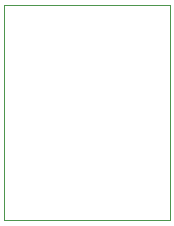
<source format=gbr>
%TF.GenerationSoftware,KiCad,Pcbnew,(5.1.6)-1*%
%TF.CreationDate,2021-05-10T20:56:14-04:00*%
%TF.ProjectId,magswitch,6d616773-7769-4746-9368-2e6b69636164,rev?*%
%TF.SameCoordinates,Original*%
%TF.FileFunction,Profile,NP*%
%FSLAX46Y46*%
G04 Gerber Fmt 4.6, Leading zero omitted, Abs format (unit mm)*
G04 Created by KiCad (PCBNEW (5.1.6)-1) date 2021-05-10 20:56:14*
%MOMM*%
%LPD*%
G01*
G04 APERTURE LIST*
%TA.AperFunction,Profile*%
%ADD10C,0.050000*%
%TD*%
G04 APERTURE END LIST*
D10*
X7000240Y18199100D02*
X-7000240Y18199100D01*
X7000240Y0D02*
X7000240Y18199100D01*
X-7000240Y0D02*
X7000240Y0D01*
X-7000240Y18199100D02*
X-7000240Y0D01*
M02*

</source>
